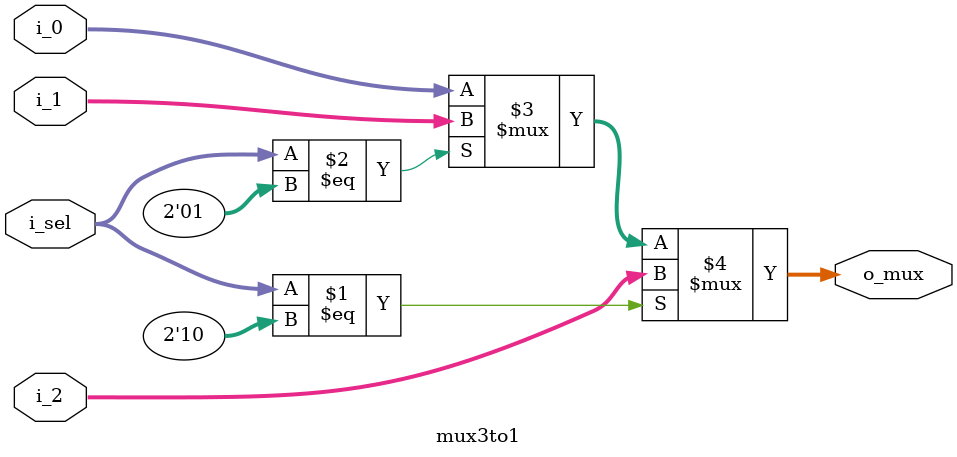
<source format=sv>
module mux3to1 (
   // Inputs:
   input logic [31:0] i_0,
   input logic [31:0] i_1,
   input logic [31:0] i_2,
   input logic [1:0] i_sel,
   // Output:
   output logic [31:0] o_mux
);

   assign o_mux = (i_sel == 2'b10) ? i_2 : (i_sel == 2'b01) ? i_1 : i_0;

endmodule
</source>
